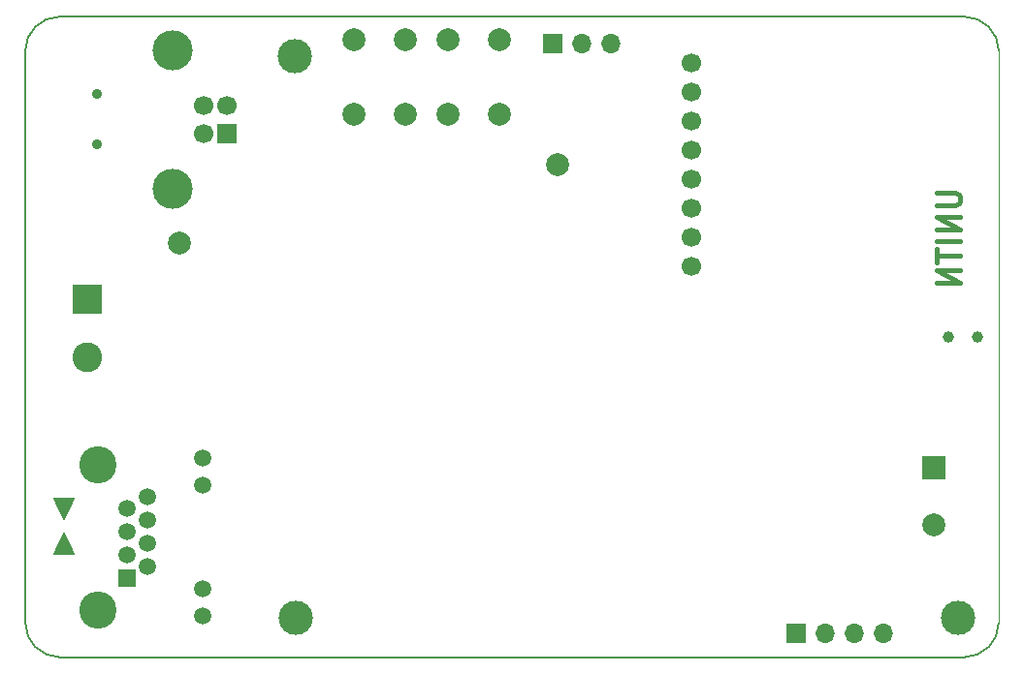
<source format=gbs>
%TF.GenerationSoftware,KiCad,Pcbnew,(6.0.4)*%
%TF.CreationDate,2022-04-12T15:49:34+02:00*%
%TF.ProjectId,PSE_RP2040,5053455f-5250-4323-9034-302e6b696361,0*%
%TF.SameCoordinates,Original*%
%TF.FileFunction,Soldermask,Bot*%
%TF.FilePolarity,Negative*%
%FSLAX46Y46*%
G04 Gerber Fmt 4.6, Leading zero omitted, Abs format (unit mm)*
G04 Created by KiCad (PCBNEW (6.0.4)) date 2022-04-12 15:49:34*
%MOMM*%
%LPD*%
G01*
G04 APERTURE LIST*
G04 Aperture macros list*
%AMOutline4P*
0 Free polygon, 4 corners , with rotation*
0 The origin of the aperture is its center*
0 number of corners: always 4*
0 $1 to $8 corner X, Y*
0 $9 Rotation angle, in degrees counterclockwise*
0 create outline with 4 corners*
4,1,4,$1,$2,$3,$4,$5,$6,$7,$8,$1,$2,$9*%
G04 Aperture macros list end*
%ADD10C,0.381000*%
%TA.AperFunction,Profile*%
%ADD11C,0.100000*%
%TD*%
%TA.AperFunction,Profile*%
%ADD12C,0.150000*%
%TD*%
%ADD13C,2.000000*%
%ADD14R,2.000000X2.000000*%
%ADD15R,2.600000X2.600000*%
%ADD16C,2.600000*%
%ADD17C,1.700000*%
%ADD18C,3.000000*%
%ADD19C,3.250000*%
%ADD20R,1.500000X1.500000*%
%ADD21C,1.500000*%
%ADD22R,1.700000X1.700000*%
%ADD23C,3.500000*%
%ADD24C,1.000000*%
%ADD25O,1.700000X1.700000*%
%ADD26C,0.900000*%
%ADD27Outline4P,-0.025000X-1.000000X0.025000X-1.000000X0.975000X1.000000X-0.975000X1.000000X180.000000*%
%ADD28Outline4P,-0.025000X-1.000000X0.025000X-1.000000X0.975000X1.000000X-0.975000X1.000000X0.000000*%
G04 APERTURE END LIST*
D10*
X179562239Y-117357766D02*
X181207191Y-117357766D01*
X181400715Y-117454528D01*
X181497477Y-117551290D01*
X181594239Y-117744814D01*
X181594239Y-118131862D01*
X181497477Y-118325385D01*
X181400715Y-118422147D01*
X181207191Y-118518909D01*
X179562239Y-118518909D01*
X181594239Y-119486528D02*
X179562239Y-119486528D01*
X181594239Y-120647671D01*
X179562239Y-120647671D01*
X181594239Y-121615290D02*
X179562239Y-121615290D01*
X179562239Y-122292624D02*
X179562239Y-123453766D01*
X181594239Y-122873195D02*
X179562239Y-122873195D01*
X181594239Y-124131100D02*
X179562239Y-124131100D01*
X181594239Y-125292243D01*
X179562239Y-125292243D01*
D11*
X185000000Y-105000000D02*
X185000000Y-155000000D01*
D12*
X182000000Y-158000000D02*
X103000000Y-158000000D01*
X100000000Y-155000000D02*
X100000000Y-105000000D01*
X100000000Y-155000000D02*
G75*
G03*
X103000000Y-158000000I3000000J0D01*
G01*
X182000000Y-158000000D02*
G75*
G03*
X185000000Y-155000000I0J3000000D01*
G01*
X103000000Y-102000000D02*
G75*
G03*
X100000000Y-105000000I0J-3000000D01*
G01*
X185000000Y-105000000D02*
G75*
G03*
X182000000Y-102000000I-3000000J0D01*
G01*
X103000000Y-102000000D02*
X182000000Y-102000000D01*
D13*
%TO.C,TP2*%
X113500000Y-121800000D03*
%TD*%
%TO.C,SW1*%
X128687000Y-110565000D03*
X128687000Y-104065000D03*
X133187000Y-104065000D03*
X133187000Y-110565000D03*
%TD*%
D14*
%TO.C,C1*%
X179324000Y-141478000D03*
D13*
X179324000Y-146478000D03*
%TD*%
D15*
%TO.C,J5*%
X105445000Y-126705000D03*
D16*
X105445000Y-131785000D03*
%TD*%
D13*
%TO.C,SW2*%
X136887000Y-110565000D03*
X136887000Y-104065000D03*
X141387000Y-104065000D03*
X141387000Y-110565000D03*
%TD*%
D17*
%TO.C,U6*%
X158140000Y-106020000D03*
X158140000Y-108560000D03*
X158140000Y-111100000D03*
X158140000Y-113640000D03*
X158140000Y-116180000D03*
X158140000Y-118720000D03*
X158140000Y-121260000D03*
X158140000Y-123800000D03*
%TD*%
D18*
%TO.C,H2*%
X123500000Y-105500000D03*
%TD*%
D19*
%TO.C,J3*%
X106335000Y-141150000D03*
X106335000Y-153850000D03*
D20*
X108875000Y-151060000D03*
D21*
X110655000Y-150044000D03*
X108875000Y-149028000D03*
X110655000Y-148012000D03*
X108875000Y-146996000D03*
X110655000Y-145980000D03*
X108875000Y-144964000D03*
X110655000Y-143948000D03*
X115475000Y-154360000D03*
X115475000Y-152070000D03*
X115475000Y-142930000D03*
X115475000Y-140640000D03*
%TD*%
D22*
%TO.C,J1*%
X117577500Y-112250000D03*
D17*
X117577500Y-109750000D03*
X115577500Y-109750000D03*
X115577500Y-112250000D03*
D23*
X112867500Y-104980000D03*
X112867500Y-117020000D03*
%TD*%
D24*
%TO.C,Y1*%
X180585000Y-129975000D03*
X183125000Y-129975000D03*
%TD*%
D22*
%TO.C,J6*%
X167319800Y-155956000D03*
D25*
X169859800Y-155956000D03*
X172399800Y-155956000D03*
X174939800Y-155956000D03*
%TD*%
D18*
%TO.C,H1*%
X181483000Y-154559000D03*
%TD*%
%TO.C,H3*%
X123600000Y-154600000D03*
%TD*%
D22*
%TO.C,J4*%
X146075000Y-104400000D03*
D25*
X148615000Y-104400000D03*
X151155000Y-104400000D03*
%TD*%
D13*
%TO.C,TP1*%
X146500000Y-114925000D03*
%TD*%
D26*
%TO.C,J2*%
X106275000Y-108800000D03*
X106275000Y-113200000D03*
%TD*%
D27*
%TO.C,E1*%
X103378000Y-148058000D03*
D28*
X103378000Y-145058000D03*
%TD*%
M02*

</source>
